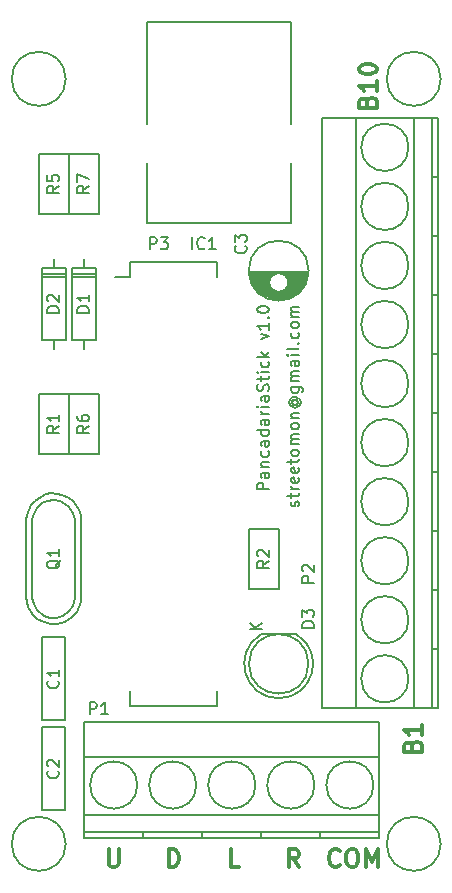
<source format=gto>
G04 #@! TF.FileFunction,Legend,Top*
%FSLAX46Y46*%
G04 Gerber Fmt 4.6, Leading zero omitted, Abs format (unit mm)*
G04 Created by KiCad (PCBNEW 4.0.3-stable) date Wednesday, 09 '09e' November '09e' 2016 14:17:41*
%MOMM*%
%LPD*%
G01*
G04 APERTURE LIST*
%ADD10C,0.100000*%
%ADD11C,0.200000*%
%ADD12C,0.300000*%
%ADD13C,0.150000*%
G04 APERTURE END LIST*
D10*
D11*
X127404762Y-125092858D02*
X127452381Y-124997620D01*
X127452381Y-124807144D01*
X127404762Y-124711905D01*
X127309524Y-124664286D01*
X127261905Y-124664286D01*
X127166667Y-124711905D01*
X127119048Y-124807144D01*
X127119048Y-124950001D01*
X127071429Y-125045239D01*
X126976190Y-125092858D01*
X126928571Y-125092858D01*
X126833333Y-125045239D01*
X126785714Y-124950001D01*
X126785714Y-124807144D01*
X126833333Y-124711905D01*
X126785714Y-124378572D02*
X126785714Y-123997620D01*
X126452381Y-124235715D02*
X127309524Y-124235715D01*
X127404762Y-124188096D01*
X127452381Y-124092858D01*
X127452381Y-123997620D01*
X127452381Y-123664286D02*
X126785714Y-123664286D01*
X126976190Y-123664286D02*
X126880952Y-123616667D01*
X126833333Y-123569048D01*
X126785714Y-123473810D01*
X126785714Y-123378571D01*
X127404762Y-122664285D02*
X127452381Y-122759523D01*
X127452381Y-122950000D01*
X127404762Y-123045238D01*
X127309524Y-123092857D01*
X126928571Y-123092857D01*
X126833333Y-123045238D01*
X126785714Y-122950000D01*
X126785714Y-122759523D01*
X126833333Y-122664285D01*
X126928571Y-122616666D01*
X127023810Y-122616666D01*
X127119048Y-123092857D01*
X127404762Y-121807142D02*
X127452381Y-121902380D01*
X127452381Y-122092857D01*
X127404762Y-122188095D01*
X127309524Y-122235714D01*
X126928571Y-122235714D01*
X126833333Y-122188095D01*
X126785714Y-122092857D01*
X126785714Y-121902380D01*
X126833333Y-121807142D01*
X126928571Y-121759523D01*
X127023810Y-121759523D01*
X127119048Y-122235714D01*
X126785714Y-121473809D02*
X126785714Y-121092857D01*
X126452381Y-121330952D02*
X127309524Y-121330952D01*
X127404762Y-121283333D01*
X127452381Y-121188095D01*
X127452381Y-121092857D01*
X127452381Y-120616666D02*
X127404762Y-120711904D01*
X127357143Y-120759523D01*
X127261905Y-120807142D01*
X126976190Y-120807142D01*
X126880952Y-120759523D01*
X126833333Y-120711904D01*
X126785714Y-120616666D01*
X126785714Y-120473808D01*
X126833333Y-120378570D01*
X126880952Y-120330951D01*
X126976190Y-120283332D01*
X127261905Y-120283332D01*
X127357143Y-120330951D01*
X127404762Y-120378570D01*
X127452381Y-120473808D01*
X127452381Y-120616666D01*
X127452381Y-119854761D02*
X126785714Y-119854761D01*
X126880952Y-119854761D02*
X126833333Y-119807142D01*
X126785714Y-119711904D01*
X126785714Y-119569046D01*
X126833333Y-119473808D01*
X126928571Y-119426189D01*
X127452381Y-119426189D01*
X126928571Y-119426189D02*
X126833333Y-119378570D01*
X126785714Y-119283332D01*
X126785714Y-119140475D01*
X126833333Y-119045237D01*
X126928571Y-118997618D01*
X127452381Y-118997618D01*
X127452381Y-118378571D02*
X127404762Y-118473809D01*
X127357143Y-118521428D01*
X127261905Y-118569047D01*
X126976190Y-118569047D01*
X126880952Y-118521428D01*
X126833333Y-118473809D01*
X126785714Y-118378571D01*
X126785714Y-118235713D01*
X126833333Y-118140475D01*
X126880952Y-118092856D01*
X126976190Y-118045237D01*
X127261905Y-118045237D01*
X127357143Y-118092856D01*
X127404762Y-118140475D01*
X127452381Y-118235713D01*
X127452381Y-118378571D01*
X126785714Y-117616666D02*
X127452381Y-117616666D01*
X126880952Y-117616666D02*
X126833333Y-117569047D01*
X126785714Y-117473809D01*
X126785714Y-117330951D01*
X126833333Y-117235713D01*
X126928571Y-117188094D01*
X127452381Y-117188094D01*
X126976190Y-116092856D02*
X126928571Y-116140475D01*
X126880952Y-116235713D01*
X126880952Y-116330951D01*
X126928571Y-116426189D01*
X126976190Y-116473809D01*
X127071429Y-116521428D01*
X127166667Y-116521428D01*
X127261905Y-116473809D01*
X127309524Y-116426189D01*
X127357143Y-116330951D01*
X127357143Y-116235713D01*
X127309524Y-116140475D01*
X127261905Y-116092856D01*
X126880952Y-116092856D02*
X127261905Y-116092856D01*
X127309524Y-116045237D01*
X127309524Y-115997618D01*
X127261905Y-115902380D01*
X127166667Y-115854761D01*
X126928571Y-115854761D01*
X126785714Y-115949999D01*
X126690476Y-116092856D01*
X126642857Y-116283332D01*
X126690476Y-116473809D01*
X126785714Y-116616666D01*
X126928571Y-116711904D01*
X127119048Y-116759523D01*
X127309524Y-116711904D01*
X127452381Y-116616666D01*
X127547619Y-116473809D01*
X127595238Y-116283332D01*
X127547619Y-116092856D01*
X127452381Y-115949999D01*
X126785714Y-114997618D02*
X127595238Y-114997618D01*
X127690476Y-115045237D01*
X127738095Y-115092856D01*
X127785714Y-115188095D01*
X127785714Y-115330952D01*
X127738095Y-115426190D01*
X127404762Y-114997618D02*
X127452381Y-115092856D01*
X127452381Y-115283333D01*
X127404762Y-115378571D01*
X127357143Y-115426190D01*
X127261905Y-115473809D01*
X126976190Y-115473809D01*
X126880952Y-115426190D01*
X126833333Y-115378571D01*
X126785714Y-115283333D01*
X126785714Y-115092856D01*
X126833333Y-114997618D01*
X127452381Y-114521428D02*
X126785714Y-114521428D01*
X126880952Y-114521428D02*
X126833333Y-114473809D01*
X126785714Y-114378571D01*
X126785714Y-114235713D01*
X126833333Y-114140475D01*
X126928571Y-114092856D01*
X127452381Y-114092856D01*
X126928571Y-114092856D02*
X126833333Y-114045237D01*
X126785714Y-113949999D01*
X126785714Y-113807142D01*
X126833333Y-113711904D01*
X126928571Y-113664285D01*
X127452381Y-113664285D01*
X127452381Y-112759523D02*
X126928571Y-112759523D01*
X126833333Y-112807142D01*
X126785714Y-112902380D01*
X126785714Y-113092857D01*
X126833333Y-113188095D01*
X127404762Y-112759523D02*
X127452381Y-112854761D01*
X127452381Y-113092857D01*
X127404762Y-113188095D01*
X127309524Y-113235714D01*
X127214286Y-113235714D01*
X127119048Y-113188095D01*
X127071429Y-113092857D01*
X127071429Y-112854761D01*
X127023810Y-112759523D01*
X127452381Y-112283333D02*
X126785714Y-112283333D01*
X126452381Y-112283333D02*
X126500000Y-112330952D01*
X126547619Y-112283333D01*
X126500000Y-112235714D01*
X126452381Y-112283333D01*
X126547619Y-112283333D01*
X127452381Y-111664286D02*
X127404762Y-111759524D01*
X127309524Y-111807143D01*
X126452381Y-111807143D01*
X127357143Y-111283333D02*
X127404762Y-111235714D01*
X127452381Y-111283333D01*
X127404762Y-111330952D01*
X127357143Y-111283333D01*
X127452381Y-111283333D01*
X127404762Y-110378571D02*
X127452381Y-110473809D01*
X127452381Y-110664286D01*
X127404762Y-110759524D01*
X127357143Y-110807143D01*
X127261905Y-110854762D01*
X126976190Y-110854762D01*
X126880952Y-110807143D01*
X126833333Y-110759524D01*
X126785714Y-110664286D01*
X126785714Y-110473809D01*
X126833333Y-110378571D01*
X127452381Y-109807143D02*
X127404762Y-109902381D01*
X127357143Y-109950000D01*
X127261905Y-109997619D01*
X126976190Y-109997619D01*
X126880952Y-109950000D01*
X126833333Y-109902381D01*
X126785714Y-109807143D01*
X126785714Y-109664285D01*
X126833333Y-109569047D01*
X126880952Y-109521428D01*
X126976190Y-109473809D01*
X127261905Y-109473809D01*
X127357143Y-109521428D01*
X127404762Y-109569047D01*
X127452381Y-109664285D01*
X127452381Y-109807143D01*
X127452381Y-109045238D02*
X126785714Y-109045238D01*
X126880952Y-109045238D02*
X126833333Y-108997619D01*
X126785714Y-108902381D01*
X126785714Y-108759523D01*
X126833333Y-108664285D01*
X126928571Y-108616666D01*
X127452381Y-108616666D01*
X126928571Y-108616666D02*
X126833333Y-108569047D01*
X126785714Y-108473809D01*
X126785714Y-108330952D01*
X126833333Y-108235714D01*
X126928571Y-108188095D01*
X127452381Y-108188095D01*
D12*
X130901429Y-155475714D02*
X130830000Y-155547143D01*
X130615714Y-155618571D01*
X130472857Y-155618571D01*
X130258572Y-155547143D01*
X130115714Y-155404286D01*
X130044286Y-155261429D01*
X129972857Y-154975714D01*
X129972857Y-154761429D01*
X130044286Y-154475714D01*
X130115714Y-154332857D01*
X130258572Y-154190000D01*
X130472857Y-154118571D01*
X130615714Y-154118571D01*
X130830000Y-154190000D01*
X130901429Y-154261429D01*
X131830000Y-154118571D02*
X132115714Y-154118571D01*
X132258572Y-154190000D01*
X132401429Y-154332857D01*
X132472857Y-154618571D01*
X132472857Y-155118571D01*
X132401429Y-155404286D01*
X132258572Y-155547143D01*
X132115714Y-155618571D01*
X131830000Y-155618571D01*
X131687143Y-155547143D01*
X131544286Y-155404286D01*
X131472857Y-155118571D01*
X131472857Y-154618571D01*
X131544286Y-154332857D01*
X131687143Y-154190000D01*
X131830000Y-154118571D01*
X133115715Y-155618571D02*
X133115715Y-154118571D01*
X133615715Y-155190000D01*
X134115715Y-154118571D01*
X134115715Y-155618571D01*
X133242857Y-90856428D02*
X133314286Y-90642142D01*
X133385714Y-90570714D01*
X133528571Y-90499285D01*
X133742857Y-90499285D01*
X133885714Y-90570714D01*
X133957143Y-90642142D01*
X134028571Y-90785000D01*
X134028571Y-91356428D01*
X132528571Y-91356428D01*
X132528571Y-90856428D01*
X132600000Y-90713571D01*
X132671429Y-90642142D01*
X132814286Y-90570714D01*
X132957143Y-90570714D01*
X133100000Y-90642142D01*
X133171429Y-90713571D01*
X133242857Y-90856428D01*
X133242857Y-91356428D01*
X134028571Y-89070714D02*
X134028571Y-89927857D01*
X134028571Y-89499285D02*
X132528571Y-89499285D01*
X132742857Y-89642142D01*
X132885714Y-89785000D01*
X132957143Y-89927857D01*
X132528571Y-88142143D02*
X132528571Y-87999286D01*
X132600000Y-87856429D01*
X132671429Y-87785000D01*
X132814286Y-87713571D01*
X133100000Y-87642143D01*
X133457143Y-87642143D01*
X133742857Y-87713571D01*
X133885714Y-87785000D01*
X133957143Y-87856429D01*
X134028571Y-87999286D01*
X134028571Y-88142143D01*
X133957143Y-88285000D01*
X133885714Y-88356429D01*
X133742857Y-88427857D01*
X133457143Y-88499286D01*
X133100000Y-88499286D01*
X132814286Y-88427857D01*
X132671429Y-88356429D01*
X132600000Y-88285000D01*
X132528571Y-88142143D01*
X137052857Y-145387142D02*
X137124286Y-145172856D01*
X137195714Y-145101428D01*
X137338571Y-145029999D01*
X137552857Y-145029999D01*
X137695714Y-145101428D01*
X137767143Y-145172856D01*
X137838571Y-145315714D01*
X137838571Y-145887142D01*
X136338571Y-145887142D01*
X136338571Y-145387142D01*
X136410000Y-145244285D01*
X136481429Y-145172856D01*
X136624286Y-145101428D01*
X136767143Y-145101428D01*
X136910000Y-145172856D01*
X136981429Y-145244285D01*
X137052857Y-145387142D01*
X137052857Y-145887142D01*
X137838571Y-143601428D02*
X137838571Y-144458571D01*
X137838571Y-144029999D02*
X136338571Y-144029999D01*
X136552857Y-144172856D01*
X136695714Y-144315714D01*
X136767143Y-144458571D01*
X122384286Y-155618571D02*
X121670000Y-155618571D01*
X121670000Y-154118571D01*
X127464286Y-155618571D02*
X126964286Y-154904286D01*
X126607143Y-155618571D02*
X126607143Y-154118571D01*
X127178571Y-154118571D01*
X127321429Y-154190000D01*
X127392857Y-154261429D01*
X127464286Y-154404286D01*
X127464286Y-154618571D01*
X127392857Y-154761429D01*
X127321429Y-154832857D01*
X127178571Y-154904286D01*
X126607143Y-154904286D01*
X116447143Y-155618571D02*
X116447143Y-154118571D01*
X116804286Y-154118571D01*
X117018571Y-154190000D01*
X117161429Y-154332857D01*
X117232857Y-154475714D01*
X117304286Y-154761429D01*
X117304286Y-154975714D01*
X117232857Y-155261429D01*
X117161429Y-155404286D01*
X117018571Y-155547143D01*
X116804286Y-155618571D01*
X116447143Y-155618571D01*
X111331429Y-154118571D02*
X111331429Y-155332857D01*
X111402857Y-155475714D01*
X111474286Y-155547143D01*
X111617143Y-155618571D01*
X111902857Y-155618571D01*
X112045715Y-155547143D01*
X112117143Y-155475714D01*
X112188572Y-155332857D01*
X112188572Y-154118571D01*
D11*
X124912381Y-123664287D02*
X123912381Y-123664287D01*
X123912381Y-123283334D01*
X123960000Y-123188096D01*
X124007619Y-123140477D01*
X124102857Y-123092858D01*
X124245714Y-123092858D01*
X124340952Y-123140477D01*
X124388571Y-123188096D01*
X124436190Y-123283334D01*
X124436190Y-123664287D01*
X124912381Y-122235715D02*
X124388571Y-122235715D01*
X124293333Y-122283334D01*
X124245714Y-122378572D01*
X124245714Y-122569049D01*
X124293333Y-122664287D01*
X124864762Y-122235715D02*
X124912381Y-122330953D01*
X124912381Y-122569049D01*
X124864762Y-122664287D01*
X124769524Y-122711906D01*
X124674286Y-122711906D01*
X124579048Y-122664287D01*
X124531429Y-122569049D01*
X124531429Y-122330953D01*
X124483810Y-122235715D01*
X124245714Y-121759525D02*
X124912381Y-121759525D01*
X124340952Y-121759525D02*
X124293333Y-121711906D01*
X124245714Y-121616668D01*
X124245714Y-121473810D01*
X124293333Y-121378572D01*
X124388571Y-121330953D01*
X124912381Y-121330953D01*
X124864762Y-120426191D02*
X124912381Y-120521429D01*
X124912381Y-120711906D01*
X124864762Y-120807144D01*
X124817143Y-120854763D01*
X124721905Y-120902382D01*
X124436190Y-120902382D01*
X124340952Y-120854763D01*
X124293333Y-120807144D01*
X124245714Y-120711906D01*
X124245714Y-120521429D01*
X124293333Y-120426191D01*
X124912381Y-119569048D02*
X124388571Y-119569048D01*
X124293333Y-119616667D01*
X124245714Y-119711905D01*
X124245714Y-119902382D01*
X124293333Y-119997620D01*
X124864762Y-119569048D02*
X124912381Y-119664286D01*
X124912381Y-119902382D01*
X124864762Y-119997620D01*
X124769524Y-120045239D01*
X124674286Y-120045239D01*
X124579048Y-119997620D01*
X124531429Y-119902382D01*
X124531429Y-119664286D01*
X124483810Y-119569048D01*
X124912381Y-118664286D02*
X123912381Y-118664286D01*
X124864762Y-118664286D02*
X124912381Y-118759524D01*
X124912381Y-118950001D01*
X124864762Y-119045239D01*
X124817143Y-119092858D01*
X124721905Y-119140477D01*
X124436190Y-119140477D01*
X124340952Y-119092858D01*
X124293333Y-119045239D01*
X124245714Y-118950001D01*
X124245714Y-118759524D01*
X124293333Y-118664286D01*
X124912381Y-117759524D02*
X124388571Y-117759524D01*
X124293333Y-117807143D01*
X124245714Y-117902381D01*
X124245714Y-118092858D01*
X124293333Y-118188096D01*
X124864762Y-117759524D02*
X124912381Y-117854762D01*
X124912381Y-118092858D01*
X124864762Y-118188096D01*
X124769524Y-118235715D01*
X124674286Y-118235715D01*
X124579048Y-118188096D01*
X124531429Y-118092858D01*
X124531429Y-117854762D01*
X124483810Y-117759524D01*
X124912381Y-117283334D02*
X124245714Y-117283334D01*
X124436190Y-117283334D02*
X124340952Y-117235715D01*
X124293333Y-117188096D01*
X124245714Y-117092858D01*
X124245714Y-116997619D01*
X124912381Y-116664286D02*
X124245714Y-116664286D01*
X123912381Y-116664286D02*
X123960000Y-116711905D01*
X124007619Y-116664286D01*
X123960000Y-116616667D01*
X123912381Y-116664286D01*
X124007619Y-116664286D01*
X124912381Y-115759524D02*
X124388571Y-115759524D01*
X124293333Y-115807143D01*
X124245714Y-115902381D01*
X124245714Y-116092858D01*
X124293333Y-116188096D01*
X124864762Y-115759524D02*
X124912381Y-115854762D01*
X124912381Y-116092858D01*
X124864762Y-116188096D01*
X124769524Y-116235715D01*
X124674286Y-116235715D01*
X124579048Y-116188096D01*
X124531429Y-116092858D01*
X124531429Y-115854762D01*
X124483810Y-115759524D01*
X124864762Y-115330953D02*
X124912381Y-115188096D01*
X124912381Y-114950000D01*
X124864762Y-114854762D01*
X124817143Y-114807143D01*
X124721905Y-114759524D01*
X124626667Y-114759524D01*
X124531429Y-114807143D01*
X124483810Y-114854762D01*
X124436190Y-114950000D01*
X124388571Y-115140477D01*
X124340952Y-115235715D01*
X124293333Y-115283334D01*
X124198095Y-115330953D01*
X124102857Y-115330953D01*
X124007619Y-115283334D01*
X123960000Y-115235715D01*
X123912381Y-115140477D01*
X123912381Y-114902381D01*
X123960000Y-114759524D01*
X124245714Y-114473810D02*
X124245714Y-114092858D01*
X123912381Y-114330953D02*
X124769524Y-114330953D01*
X124864762Y-114283334D01*
X124912381Y-114188096D01*
X124912381Y-114092858D01*
X124912381Y-113759524D02*
X124245714Y-113759524D01*
X123912381Y-113759524D02*
X123960000Y-113807143D01*
X124007619Y-113759524D01*
X123960000Y-113711905D01*
X123912381Y-113759524D01*
X124007619Y-113759524D01*
X124864762Y-112854762D02*
X124912381Y-112950000D01*
X124912381Y-113140477D01*
X124864762Y-113235715D01*
X124817143Y-113283334D01*
X124721905Y-113330953D01*
X124436190Y-113330953D01*
X124340952Y-113283334D01*
X124293333Y-113235715D01*
X124245714Y-113140477D01*
X124245714Y-112950000D01*
X124293333Y-112854762D01*
X124912381Y-112426191D02*
X123912381Y-112426191D01*
X124531429Y-112330953D02*
X124912381Y-112045238D01*
X124245714Y-112045238D02*
X124626667Y-112426191D01*
X124245714Y-110950000D02*
X124912381Y-110711905D01*
X124245714Y-110473809D01*
X124912381Y-109569047D02*
X124912381Y-110140476D01*
X124912381Y-109854762D02*
X123912381Y-109854762D01*
X124055238Y-109950000D01*
X124150476Y-110045238D01*
X124198095Y-110140476D01*
X124817143Y-109140476D02*
X124864762Y-109092857D01*
X124912381Y-109140476D01*
X124864762Y-109188095D01*
X124817143Y-109140476D01*
X124912381Y-109140476D01*
X123912381Y-108473810D02*
X123912381Y-108378571D01*
X123960000Y-108283333D01*
X124007619Y-108235714D01*
X124102857Y-108188095D01*
X124293333Y-108140476D01*
X124531429Y-108140476D01*
X124721905Y-108188095D01*
X124817143Y-108235714D01*
X124864762Y-108283333D01*
X124912381Y-108378571D01*
X124912381Y-108473810D01*
X124864762Y-108569048D01*
X124817143Y-108616667D01*
X124721905Y-108664286D01*
X124531429Y-108711905D01*
X124293333Y-108711905D01*
X124102857Y-108664286D01*
X124007619Y-108616667D01*
X123960000Y-108569048D01*
X123912381Y-108473810D01*
D13*
X107680000Y-136160000D02*
X107680000Y-143160000D01*
X107680000Y-143160000D02*
X105680000Y-143160000D01*
X105680000Y-143160000D02*
X105680000Y-136160000D01*
X105680000Y-136160000D02*
X107680000Y-136160000D01*
X107680000Y-143780000D02*
X107680000Y-150780000D01*
X107680000Y-150780000D02*
X105680000Y-150780000D01*
X105680000Y-150780000D02*
X105680000Y-143780000D01*
X105680000Y-143780000D02*
X107680000Y-143780000D01*
X128229000Y-105215000D02*
X123231000Y-105215000D01*
X128221000Y-105355000D02*
X125884000Y-105355000D01*
X125576000Y-105355000D02*
X123239000Y-105355000D01*
X128205000Y-105495000D02*
X126203000Y-105495000D01*
X125257000Y-105495000D02*
X123255000Y-105495000D01*
X128181000Y-105635000D02*
X126350000Y-105635000D01*
X125110000Y-105635000D02*
X123279000Y-105635000D01*
X128148000Y-105775000D02*
X126442000Y-105775000D01*
X125018000Y-105775000D02*
X123312000Y-105775000D01*
X128107000Y-105915000D02*
X126498000Y-105915000D01*
X124962000Y-105915000D02*
X123353000Y-105915000D01*
X128057000Y-106055000D02*
X126525000Y-106055000D01*
X124935000Y-106055000D02*
X123403000Y-106055000D01*
X127996000Y-106195000D02*
X126528000Y-106195000D01*
X124932000Y-106195000D02*
X123464000Y-106195000D01*
X127926000Y-106335000D02*
X126506000Y-106335000D01*
X124954000Y-106335000D02*
X123534000Y-106335000D01*
X127844000Y-106475000D02*
X126456000Y-106475000D01*
X125004000Y-106475000D02*
X123616000Y-106475000D01*
X127749000Y-106615000D02*
X126374000Y-106615000D01*
X125086000Y-106615000D02*
X123711000Y-106615000D01*
X127638000Y-106755000D02*
X126242000Y-106755000D01*
X125218000Y-106755000D02*
X123822000Y-106755000D01*
X127510000Y-106895000D02*
X125995000Y-106895000D01*
X125465000Y-106895000D02*
X123950000Y-106895000D01*
X127361000Y-107035000D02*
X124099000Y-107035000D01*
X127182000Y-107175000D02*
X124278000Y-107175000D01*
X126963000Y-107315000D02*
X124497000Y-107315000D01*
X126674000Y-107455000D02*
X124786000Y-107455000D01*
X126202000Y-107595000D02*
X125258000Y-107595000D01*
X126530000Y-106140000D02*
G75*
G03X126530000Y-106140000I-800000J0D01*
G01*
X128267500Y-105140000D02*
G75*
G03X128267500Y-105140000I-2537500J0D01*
G01*
X109220000Y-104140000D02*
X109220000Y-104902000D01*
X109220000Y-104902000D02*
X108204000Y-104902000D01*
X108204000Y-104902000D02*
X108204000Y-110998000D01*
X108204000Y-110998000D02*
X109220000Y-110998000D01*
X109220000Y-110998000D02*
X109220000Y-111760000D01*
X109220000Y-110998000D02*
X110236000Y-110998000D01*
X110236000Y-110998000D02*
X110236000Y-104902000D01*
X110236000Y-104902000D02*
X109220000Y-104902000D01*
X108204000Y-105410000D02*
X110236000Y-105410000D01*
X110236000Y-105664000D02*
X108204000Y-105664000D01*
X106680000Y-104140000D02*
X106680000Y-104902000D01*
X106680000Y-104902000D02*
X105664000Y-104902000D01*
X105664000Y-104902000D02*
X105664000Y-110998000D01*
X105664000Y-110998000D02*
X106680000Y-110998000D01*
X106680000Y-110998000D02*
X106680000Y-111760000D01*
X106680000Y-110998000D02*
X107696000Y-110998000D01*
X107696000Y-110998000D02*
X107696000Y-104902000D01*
X107696000Y-104902000D02*
X106680000Y-104902000D01*
X105664000Y-105410000D02*
X107696000Y-105410000D01*
X107696000Y-105664000D02*
X105664000Y-105664000D01*
X113165000Y-104385000D02*
X113165000Y-105655000D01*
X120515000Y-104385000D02*
X120515000Y-105655000D01*
X120515000Y-141995000D02*
X120515000Y-140725000D01*
X113165000Y-141995000D02*
X113165000Y-140725000D01*
X113165000Y-104385000D02*
X120515000Y-104385000D01*
X113165000Y-141995000D02*
X120515000Y-141995000D01*
X113165000Y-105655000D02*
X111880000Y-105655000D01*
X126746000Y-92710000D02*
X126746000Y-84074000D01*
X126746000Y-101092000D02*
X126746000Y-96012000D01*
X114554000Y-92710000D02*
X114554000Y-84074000D01*
X114554000Y-101092000D02*
X114554000Y-96012000D01*
X114554000Y-84074000D02*
X126746000Y-84074000D01*
X126746000Y-101092000D02*
X114554000Y-101092000D01*
X105679240Y-124841000D02*
X106080560Y-124640340D01*
X106080560Y-124640340D02*
X106680000Y-124538740D01*
X106680000Y-124538740D02*
X107180380Y-124640340D01*
X107180380Y-124640340D02*
X107878880Y-125039120D01*
X107878880Y-125039120D02*
X108280200Y-125641100D01*
X108280200Y-125641100D02*
X108480860Y-126240540D01*
X108480860Y-126240540D02*
X108480860Y-132839460D01*
X108480860Y-132839460D02*
X108280200Y-133540500D01*
X108280200Y-133540500D02*
X107980480Y-133939280D01*
X107980480Y-133939280D02*
X107480100Y-134340600D01*
X107480100Y-134340600D02*
X106880660Y-134541260D01*
X106880660Y-134541260D02*
X106380280Y-134541260D01*
X106380280Y-134541260D02*
X105879900Y-134340600D01*
X105879900Y-134340600D02*
X105280460Y-133840220D01*
X105280460Y-133840220D02*
X104980740Y-133339840D01*
X104980740Y-133339840D02*
X104879140Y-132839460D01*
X104879140Y-132740400D02*
X104879140Y-126138940D01*
X104879140Y-126138940D02*
X104980740Y-125740160D01*
X104980740Y-125740160D02*
X105280460Y-125239780D01*
X105280460Y-125239780D02*
X105780840Y-124739400D01*
X104350820Y-132730240D02*
X104399080Y-133189980D01*
X104399080Y-133189980D02*
X104510840Y-133588760D01*
X104510840Y-133588760D02*
X104729280Y-134020560D01*
X104729280Y-134020560D02*
X104960420Y-134310120D01*
X104960420Y-134310120D02*
X105310940Y-134640320D01*
X105310940Y-134640320D02*
X105849420Y-134929880D01*
X105849420Y-134929880D02*
X106448860Y-135059420D01*
X106448860Y-135059420D02*
X106959400Y-135059420D01*
X106959400Y-135059420D02*
X107660440Y-134889240D01*
X107660440Y-134889240D02*
X108249720Y-134490460D01*
X108249720Y-134490460D02*
X108620560Y-134030720D01*
X108620560Y-134030720D02*
X108828840Y-133609080D01*
X108828840Y-133609080D02*
X108988860Y-133159500D01*
X108988860Y-133159500D02*
X109019340Y-132720080D01*
X108800900Y-125379480D02*
X108579920Y-125001020D01*
X108579920Y-125001020D02*
X108300520Y-124680980D01*
X108300520Y-124680980D02*
X107970320Y-124429520D01*
X107970320Y-124429520D02*
X107419140Y-124129800D01*
X107419140Y-124129800D02*
X106949240Y-124020580D01*
X106949240Y-124020580D02*
X106489500Y-124000260D01*
X106489500Y-124000260D02*
X106029760Y-124089160D01*
X106029760Y-124089160D02*
X105580180Y-124279660D01*
X105580180Y-124279660D02*
X105110280Y-124640340D01*
X105110280Y-124640340D02*
X104790240Y-124990860D01*
X104790240Y-124990860D02*
X104559100Y-125379480D01*
X104559100Y-125379480D02*
X104419400Y-125808740D01*
X104419400Y-125808740D02*
X104350820Y-126250700D01*
X109009180Y-132740400D02*
X109009180Y-126288800D01*
X109009180Y-126288800D02*
X108971080Y-125869700D01*
X108971080Y-125869700D02*
X108800900Y-125379480D01*
X104350820Y-132740400D02*
X104350820Y-126288800D01*
X107950000Y-115570000D02*
X107950000Y-120650000D01*
X107950000Y-120650000D02*
X105410000Y-120650000D01*
X105410000Y-120650000D02*
X105410000Y-115570000D01*
X105410000Y-115570000D02*
X107950000Y-115570000D01*
X107950000Y-95250000D02*
X107950000Y-100330000D01*
X107950000Y-100330000D02*
X105410000Y-100330000D01*
X105410000Y-100330000D02*
X105410000Y-95250000D01*
X105410000Y-95250000D02*
X107950000Y-95250000D01*
X110490000Y-115570000D02*
X110490000Y-120650000D01*
X110490000Y-120650000D02*
X107950000Y-120650000D01*
X107950000Y-120650000D02*
X107950000Y-115570000D01*
X107950000Y-115570000D02*
X110490000Y-115570000D01*
X110490000Y-95250000D02*
X110490000Y-100330000D01*
X110490000Y-100330000D02*
X107950000Y-100330000D01*
X107950000Y-100330000D02*
X107950000Y-95250000D01*
X107950000Y-95250000D02*
X110490000Y-95250000D01*
X136720000Y-94700000D02*
G75*
G03X136720000Y-94700000I-2000000J0D01*
G01*
X138720000Y-97200000D02*
X139220000Y-97200000D01*
X138720000Y-102200000D02*
X139220000Y-102200000D01*
X136720000Y-99700000D02*
G75*
G03X136720000Y-99700000I-2000000J0D01*
G01*
X136720000Y-104700000D02*
G75*
G03X136720000Y-104700000I-2000000J0D01*
G01*
X138720000Y-107200000D02*
X139220000Y-107200000D01*
X138720000Y-112200000D02*
X139220000Y-112200000D01*
X136720000Y-109700000D02*
G75*
G03X136720000Y-109700000I-2000000J0D01*
G01*
X136720000Y-114700000D02*
G75*
G03X136720000Y-114700000I-2000000J0D01*
G01*
X138720000Y-117200000D02*
X139220000Y-117200000D01*
X138720000Y-122200000D02*
X139220000Y-122200000D01*
X136720000Y-119700000D02*
G75*
G03X136720000Y-119700000I-2000000J0D01*
G01*
X138720000Y-127200000D02*
X139220000Y-127200000D01*
X136720000Y-124700000D02*
G75*
G03X136720000Y-124700000I-2000000J0D01*
G01*
X136720000Y-129700000D02*
G75*
G03X136720000Y-129700000I-2000000J0D01*
G01*
X138720000Y-132200000D02*
X139220000Y-132200000D01*
X138720000Y-137200000D02*
X139220000Y-137200000D01*
X136720000Y-134700000D02*
G75*
G03X136720000Y-134700000I-2000000J0D01*
G01*
X136720000Y-139700000D02*
G75*
G03X136720000Y-139700000I-2000000J0D01*
G01*
X137220000Y-142200000D02*
X137220000Y-92200000D01*
X132320000Y-142200000D02*
X132320000Y-92200000D01*
X138720000Y-142200000D02*
X138720000Y-92200000D01*
X139220000Y-142200000D02*
X139220000Y-92200000D01*
X139220000Y-92200000D02*
X129420000Y-92200000D01*
X129420000Y-92200000D02*
X129420000Y-142200000D01*
X129420000Y-142200000D02*
X139220000Y-142200000D01*
X129260000Y-152690000D02*
X129260000Y-153190000D01*
X133760000Y-148690000D02*
G75*
G03X133760000Y-148690000I-2000000J0D01*
G01*
X124260000Y-152690000D02*
X124260000Y-153190000D01*
X128760000Y-148690000D02*
G75*
G03X128760000Y-148690000I-2000000J0D01*
G01*
X123760000Y-148690000D02*
G75*
G03X123760000Y-148690000I-2000000J0D01*
G01*
X119260000Y-152690000D02*
X119260000Y-153190000D01*
X114260000Y-152690000D02*
X114260000Y-153190000D01*
X118760000Y-148690000D02*
G75*
G03X118760000Y-148690000I-2000000J0D01*
G01*
X113760000Y-148690000D02*
G75*
G03X113760000Y-148690000I-2000000J0D01*
G01*
X109260000Y-151190000D02*
X134260000Y-151190000D01*
X109260000Y-146290000D02*
X134260000Y-146290000D01*
X109260000Y-152690000D02*
X134260000Y-152690000D01*
X109260000Y-153190000D02*
X134260000Y-153190000D01*
X134260000Y-153190000D02*
X134260000Y-143390000D01*
X134260000Y-143390000D02*
X109260000Y-143390000D01*
X109260000Y-143390000D02*
X109260000Y-153190000D01*
X107696000Y-88900000D02*
G75*
G03X107696000Y-88900000I-2286000J0D01*
G01*
X139446000Y-88900000D02*
G75*
G03X139446000Y-88900000I-2286000J0D01*
G01*
X107696000Y-153670000D02*
G75*
G03X107696000Y-153670000I-2286000J0D01*
G01*
X139446000Y-153670000D02*
G75*
G03X139446000Y-153670000I-2286000J0D01*
G01*
X124205096Y-135945112D02*
G75*
G03X127230000Y-135930000I1524904J-2484888D01*
G01*
X124230000Y-135930000D02*
X127230000Y-135930000D01*
X128247936Y-138430000D02*
G75*
G03X128247936Y-138430000I-2517936J0D01*
G01*
X123190000Y-132080000D02*
X123190000Y-127000000D01*
X123190000Y-127000000D02*
X125730000Y-127000000D01*
X125730000Y-127000000D02*
X125730000Y-132080000D01*
X125730000Y-132080000D02*
X123190000Y-132080000D01*
X107037143Y-139866666D02*
X107084762Y-139914285D01*
X107132381Y-140057142D01*
X107132381Y-140152380D01*
X107084762Y-140295238D01*
X106989524Y-140390476D01*
X106894286Y-140438095D01*
X106703810Y-140485714D01*
X106560952Y-140485714D01*
X106370476Y-140438095D01*
X106275238Y-140390476D01*
X106180000Y-140295238D01*
X106132381Y-140152380D01*
X106132381Y-140057142D01*
X106180000Y-139914285D01*
X106227619Y-139866666D01*
X107132381Y-138914285D02*
X107132381Y-139485714D01*
X107132381Y-139200000D02*
X106132381Y-139200000D01*
X106275238Y-139295238D01*
X106370476Y-139390476D01*
X106418095Y-139485714D01*
X107037143Y-147486666D02*
X107084762Y-147534285D01*
X107132381Y-147677142D01*
X107132381Y-147772380D01*
X107084762Y-147915238D01*
X106989524Y-148010476D01*
X106894286Y-148058095D01*
X106703810Y-148105714D01*
X106560952Y-148105714D01*
X106370476Y-148058095D01*
X106275238Y-148010476D01*
X106180000Y-147915238D01*
X106132381Y-147772380D01*
X106132381Y-147677142D01*
X106180000Y-147534285D01*
X106227619Y-147486666D01*
X106227619Y-147105714D02*
X106180000Y-147058095D01*
X106132381Y-146962857D01*
X106132381Y-146724761D01*
X106180000Y-146629523D01*
X106227619Y-146581904D01*
X106322857Y-146534285D01*
X106418095Y-146534285D01*
X106560952Y-146581904D01*
X107132381Y-147153333D01*
X107132381Y-146534285D01*
X122912143Y-103036666D02*
X122959762Y-103084285D01*
X123007381Y-103227142D01*
X123007381Y-103322380D01*
X122959762Y-103465238D01*
X122864524Y-103560476D01*
X122769286Y-103608095D01*
X122578810Y-103655714D01*
X122435952Y-103655714D01*
X122245476Y-103608095D01*
X122150238Y-103560476D01*
X122055000Y-103465238D01*
X122007381Y-103322380D01*
X122007381Y-103227142D01*
X122055000Y-103084285D01*
X122102619Y-103036666D01*
X122007381Y-102703333D02*
X122007381Y-102084285D01*
X122388333Y-102417619D01*
X122388333Y-102274761D01*
X122435952Y-102179523D01*
X122483571Y-102131904D01*
X122578810Y-102084285D01*
X122816905Y-102084285D01*
X122912143Y-102131904D01*
X122959762Y-102179523D01*
X123007381Y-102274761D01*
X123007381Y-102560476D01*
X122959762Y-102655714D01*
X122912143Y-102703333D01*
X109672381Y-108688095D02*
X108672381Y-108688095D01*
X108672381Y-108450000D01*
X108720000Y-108307142D01*
X108815238Y-108211904D01*
X108910476Y-108164285D01*
X109100952Y-108116666D01*
X109243810Y-108116666D01*
X109434286Y-108164285D01*
X109529524Y-108211904D01*
X109624762Y-108307142D01*
X109672381Y-108450000D01*
X109672381Y-108688095D01*
X109672381Y-107164285D02*
X109672381Y-107735714D01*
X109672381Y-107450000D02*
X108672381Y-107450000D01*
X108815238Y-107545238D01*
X108910476Y-107640476D01*
X108958095Y-107735714D01*
X107132381Y-108688095D02*
X106132381Y-108688095D01*
X106132381Y-108450000D01*
X106180000Y-108307142D01*
X106275238Y-108211904D01*
X106370476Y-108164285D01*
X106560952Y-108116666D01*
X106703810Y-108116666D01*
X106894286Y-108164285D01*
X106989524Y-108211904D01*
X107084762Y-108307142D01*
X107132381Y-108450000D01*
X107132381Y-108688095D01*
X106227619Y-107735714D02*
X106180000Y-107688095D01*
X106132381Y-107592857D01*
X106132381Y-107354761D01*
X106180000Y-107259523D01*
X106227619Y-107211904D01*
X106322857Y-107164285D01*
X106418095Y-107164285D01*
X106560952Y-107211904D01*
X107132381Y-107783333D01*
X107132381Y-107164285D01*
X118403810Y-103322381D02*
X118403810Y-102322381D01*
X119451429Y-103227143D02*
X119403810Y-103274762D01*
X119260953Y-103322381D01*
X119165715Y-103322381D01*
X119022857Y-103274762D01*
X118927619Y-103179524D01*
X118880000Y-103084286D01*
X118832381Y-102893810D01*
X118832381Y-102750952D01*
X118880000Y-102560476D01*
X118927619Y-102465238D01*
X119022857Y-102370000D01*
X119165715Y-102322381D01*
X119260953Y-102322381D01*
X119403810Y-102370000D01*
X119451429Y-102417619D01*
X120403810Y-103322381D02*
X119832381Y-103322381D01*
X120118095Y-103322381D02*
X120118095Y-102322381D01*
X120022857Y-102465238D01*
X119927619Y-102560476D01*
X119832381Y-102608095D01*
X114831905Y-103322381D02*
X114831905Y-102322381D01*
X115212858Y-102322381D01*
X115308096Y-102370000D01*
X115355715Y-102417619D01*
X115403334Y-102512857D01*
X115403334Y-102655714D01*
X115355715Y-102750952D01*
X115308096Y-102798571D01*
X115212858Y-102846190D01*
X114831905Y-102846190D01*
X115736667Y-102322381D02*
X116355715Y-102322381D01*
X116022381Y-102703333D01*
X116165239Y-102703333D01*
X116260477Y-102750952D01*
X116308096Y-102798571D01*
X116355715Y-102893810D01*
X116355715Y-103131905D01*
X116308096Y-103227143D01*
X116260477Y-103274762D01*
X116165239Y-103322381D01*
X115879524Y-103322381D01*
X115784286Y-103274762D01*
X115736667Y-103227143D01*
X107227619Y-129635238D02*
X107180000Y-129730476D01*
X107084762Y-129825714D01*
X106941905Y-129968571D01*
X106894286Y-130063810D01*
X106894286Y-130159048D01*
X107132381Y-130111429D02*
X107084762Y-130206667D01*
X106989524Y-130301905D01*
X106799048Y-130349524D01*
X106465714Y-130349524D01*
X106275238Y-130301905D01*
X106180000Y-130206667D01*
X106132381Y-130111429D01*
X106132381Y-129920952D01*
X106180000Y-129825714D01*
X106275238Y-129730476D01*
X106465714Y-129682857D01*
X106799048Y-129682857D01*
X106989524Y-129730476D01*
X107084762Y-129825714D01*
X107132381Y-129920952D01*
X107132381Y-130111429D01*
X107132381Y-128730476D02*
X107132381Y-129301905D01*
X107132381Y-129016191D02*
X106132381Y-129016191D01*
X106275238Y-129111429D01*
X106370476Y-129206667D01*
X106418095Y-129301905D01*
X107132381Y-118276666D02*
X106656190Y-118610000D01*
X107132381Y-118848095D02*
X106132381Y-118848095D01*
X106132381Y-118467142D01*
X106180000Y-118371904D01*
X106227619Y-118324285D01*
X106322857Y-118276666D01*
X106465714Y-118276666D01*
X106560952Y-118324285D01*
X106608571Y-118371904D01*
X106656190Y-118467142D01*
X106656190Y-118848095D01*
X107132381Y-117324285D02*
X107132381Y-117895714D01*
X107132381Y-117610000D02*
X106132381Y-117610000D01*
X106275238Y-117705238D01*
X106370476Y-117800476D01*
X106418095Y-117895714D01*
X107132381Y-97956666D02*
X106656190Y-98290000D01*
X107132381Y-98528095D02*
X106132381Y-98528095D01*
X106132381Y-98147142D01*
X106180000Y-98051904D01*
X106227619Y-98004285D01*
X106322857Y-97956666D01*
X106465714Y-97956666D01*
X106560952Y-98004285D01*
X106608571Y-98051904D01*
X106656190Y-98147142D01*
X106656190Y-98528095D01*
X106132381Y-97051904D02*
X106132381Y-97528095D01*
X106608571Y-97575714D01*
X106560952Y-97528095D01*
X106513333Y-97432857D01*
X106513333Y-97194761D01*
X106560952Y-97099523D01*
X106608571Y-97051904D01*
X106703810Y-97004285D01*
X106941905Y-97004285D01*
X107037143Y-97051904D01*
X107084762Y-97099523D01*
X107132381Y-97194761D01*
X107132381Y-97432857D01*
X107084762Y-97528095D01*
X107037143Y-97575714D01*
X109672381Y-118276666D02*
X109196190Y-118610000D01*
X109672381Y-118848095D02*
X108672381Y-118848095D01*
X108672381Y-118467142D01*
X108720000Y-118371904D01*
X108767619Y-118324285D01*
X108862857Y-118276666D01*
X109005714Y-118276666D01*
X109100952Y-118324285D01*
X109148571Y-118371904D01*
X109196190Y-118467142D01*
X109196190Y-118848095D01*
X108672381Y-117419523D02*
X108672381Y-117610000D01*
X108720000Y-117705238D01*
X108767619Y-117752857D01*
X108910476Y-117848095D01*
X109100952Y-117895714D01*
X109481905Y-117895714D01*
X109577143Y-117848095D01*
X109624762Y-117800476D01*
X109672381Y-117705238D01*
X109672381Y-117514761D01*
X109624762Y-117419523D01*
X109577143Y-117371904D01*
X109481905Y-117324285D01*
X109243810Y-117324285D01*
X109148571Y-117371904D01*
X109100952Y-117419523D01*
X109053333Y-117514761D01*
X109053333Y-117705238D01*
X109100952Y-117800476D01*
X109148571Y-117848095D01*
X109243810Y-117895714D01*
X109672381Y-97956666D02*
X109196190Y-98290000D01*
X109672381Y-98528095D02*
X108672381Y-98528095D01*
X108672381Y-98147142D01*
X108720000Y-98051904D01*
X108767619Y-98004285D01*
X108862857Y-97956666D01*
X109005714Y-97956666D01*
X109100952Y-98004285D01*
X109148571Y-98051904D01*
X109196190Y-98147142D01*
X109196190Y-98528095D01*
X108672381Y-97623333D02*
X108672381Y-96956666D01*
X109672381Y-97385238D01*
X128722381Y-131548095D02*
X127722381Y-131548095D01*
X127722381Y-131167142D01*
X127770000Y-131071904D01*
X127817619Y-131024285D01*
X127912857Y-130976666D01*
X128055714Y-130976666D01*
X128150952Y-131024285D01*
X128198571Y-131071904D01*
X128246190Y-131167142D01*
X128246190Y-131548095D01*
X127817619Y-130595714D02*
X127770000Y-130548095D01*
X127722381Y-130452857D01*
X127722381Y-130214761D01*
X127770000Y-130119523D01*
X127817619Y-130071904D01*
X127912857Y-130024285D01*
X128008095Y-130024285D01*
X128150952Y-130071904D01*
X128722381Y-130643333D01*
X128722381Y-130024285D01*
X109751905Y-142692381D02*
X109751905Y-141692381D01*
X110132858Y-141692381D01*
X110228096Y-141740000D01*
X110275715Y-141787619D01*
X110323334Y-141882857D01*
X110323334Y-142025714D01*
X110275715Y-142120952D01*
X110228096Y-142168571D01*
X110132858Y-142216190D01*
X109751905Y-142216190D01*
X111275715Y-142692381D02*
X110704286Y-142692381D01*
X110990000Y-142692381D02*
X110990000Y-141692381D01*
X110894762Y-141835238D01*
X110799524Y-141930476D01*
X110704286Y-141978095D01*
X128722381Y-135358095D02*
X127722381Y-135358095D01*
X127722381Y-135120000D01*
X127770000Y-134977142D01*
X127865238Y-134881904D01*
X127960476Y-134834285D01*
X128150952Y-134786666D01*
X128293810Y-134786666D01*
X128484286Y-134834285D01*
X128579524Y-134881904D01*
X128674762Y-134977142D01*
X128722381Y-135120000D01*
X128722381Y-135358095D01*
X127722381Y-134453333D02*
X127722381Y-133834285D01*
X128103333Y-134167619D01*
X128103333Y-134024761D01*
X128150952Y-133929523D01*
X128198571Y-133881904D01*
X128293810Y-133834285D01*
X128531905Y-133834285D01*
X128627143Y-133881904D01*
X128674762Y-133929523D01*
X128722381Y-134024761D01*
X128722381Y-134310476D01*
X128674762Y-134405714D01*
X128627143Y-134453333D01*
X124277381Y-135516905D02*
X123277381Y-135516905D01*
X124277381Y-134945476D02*
X123705952Y-135374048D01*
X123277381Y-134945476D02*
X123848810Y-135516905D01*
X124912381Y-129706666D02*
X124436190Y-130040000D01*
X124912381Y-130278095D02*
X123912381Y-130278095D01*
X123912381Y-129897142D01*
X123960000Y-129801904D01*
X124007619Y-129754285D01*
X124102857Y-129706666D01*
X124245714Y-129706666D01*
X124340952Y-129754285D01*
X124388571Y-129801904D01*
X124436190Y-129897142D01*
X124436190Y-130278095D01*
X124007619Y-129325714D02*
X123960000Y-129278095D01*
X123912381Y-129182857D01*
X123912381Y-128944761D01*
X123960000Y-128849523D01*
X124007619Y-128801904D01*
X124102857Y-128754285D01*
X124198095Y-128754285D01*
X124340952Y-128801904D01*
X124912381Y-129373333D01*
X124912381Y-128754285D01*
M02*

</source>
